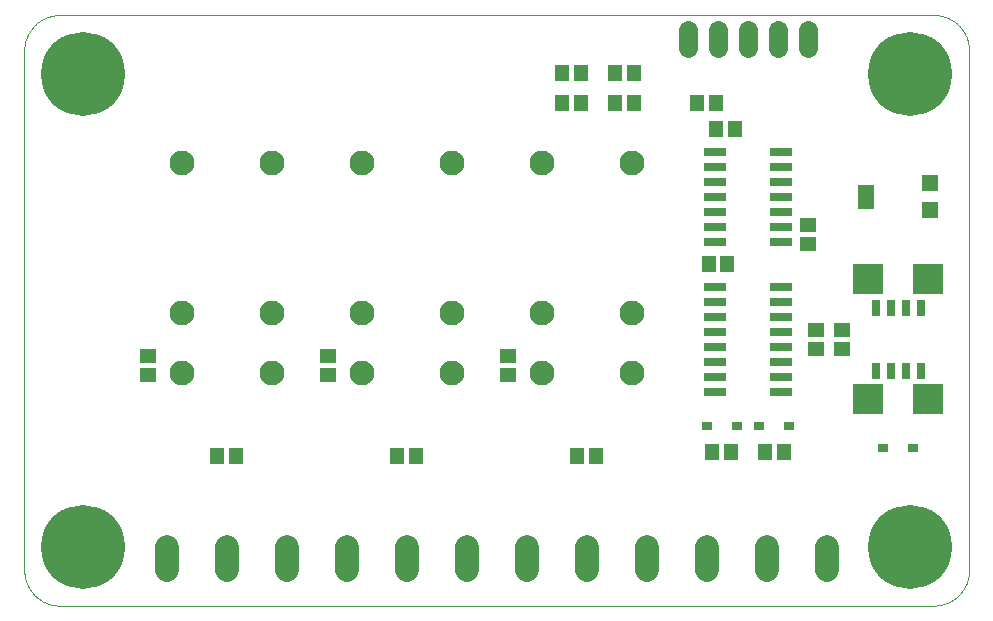
<source format=gts>
G75*
%MOIN*%
%OFA0B0*%
%FSLAX25Y25*%
%IPPOS*%
%LPD*%
%AMOC8*
5,1,8,0,0,1.08239X$1,22.5*
%
%ADD10C,0.00394*%
%ADD11C,0.08274*%
%ADD12R,0.09849X0.09849*%
%ADD13R,0.04731X0.05518*%
%ADD14R,0.05518X0.04731*%
%ADD15R,0.03550X0.02762*%
%ADD16R,0.02762X0.05518*%
%ADD17R,0.05518X0.05518*%
%ADD18R,0.05518X0.08274*%
%ADD19R,0.07290X0.03156*%
%ADD20C,0.06306*%
%ADD21C,0.08077*%
%ADD22C,0.27959*%
D10*
X0040154Y0032555D02*
X0331493Y0032555D01*
X0331778Y0032558D01*
X0332064Y0032569D01*
X0332349Y0032586D01*
X0332633Y0032610D01*
X0332917Y0032641D01*
X0333200Y0032679D01*
X0333481Y0032724D01*
X0333762Y0032775D01*
X0334042Y0032833D01*
X0334320Y0032898D01*
X0334596Y0032970D01*
X0334870Y0033048D01*
X0335143Y0033133D01*
X0335413Y0033225D01*
X0335681Y0033323D01*
X0335947Y0033427D01*
X0336210Y0033538D01*
X0336470Y0033655D01*
X0336728Y0033778D01*
X0336982Y0033908D01*
X0337233Y0034044D01*
X0337481Y0034185D01*
X0337725Y0034333D01*
X0337966Y0034486D01*
X0338202Y0034646D01*
X0338435Y0034811D01*
X0338664Y0034981D01*
X0338889Y0035157D01*
X0339109Y0035339D01*
X0339325Y0035525D01*
X0339536Y0035717D01*
X0339743Y0035914D01*
X0339945Y0036116D01*
X0340142Y0036323D01*
X0340334Y0036534D01*
X0340520Y0036750D01*
X0340702Y0036970D01*
X0340878Y0037195D01*
X0341048Y0037424D01*
X0341213Y0037657D01*
X0341373Y0037893D01*
X0341526Y0038134D01*
X0341674Y0038378D01*
X0341815Y0038626D01*
X0341951Y0038877D01*
X0342081Y0039131D01*
X0342204Y0039389D01*
X0342321Y0039649D01*
X0342432Y0039912D01*
X0342536Y0040178D01*
X0342634Y0040446D01*
X0342726Y0040716D01*
X0342811Y0040989D01*
X0342889Y0041263D01*
X0342961Y0041539D01*
X0343026Y0041817D01*
X0343084Y0042097D01*
X0343135Y0042378D01*
X0343180Y0042659D01*
X0343218Y0042942D01*
X0343249Y0043226D01*
X0343273Y0043510D01*
X0343290Y0043795D01*
X0343301Y0044081D01*
X0343304Y0044366D01*
X0343304Y0217594D01*
X0343301Y0217879D01*
X0343290Y0218165D01*
X0343273Y0218450D01*
X0343249Y0218734D01*
X0343218Y0219018D01*
X0343180Y0219301D01*
X0343135Y0219582D01*
X0343084Y0219863D01*
X0343026Y0220143D01*
X0342961Y0220421D01*
X0342889Y0220697D01*
X0342811Y0220971D01*
X0342726Y0221244D01*
X0342634Y0221514D01*
X0342536Y0221782D01*
X0342432Y0222048D01*
X0342321Y0222311D01*
X0342204Y0222571D01*
X0342081Y0222829D01*
X0341951Y0223083D01*
X0341815Y0223334D01*
X0341674Y0223582D01*
X0341526Y0223826D01*
X0341373Y0224067D01*
X0341213Y0224303D01*
X0341048Y0224536D01*
X0340878Y0224765D01*
X0340702Y0224990D01*
X0340520Y0225210D01*
X0340334Y0225426D01*
X0340142Y0225637D01*
X0339945Y0225844D01*
X0339743Y0226046D01*
X0339536Y0226243D01*
X0339325Y0226435D01*
X0339109Y0226621D01*
X0338889Y0226803D01*
X0338664Y0226979D01*
X0338435Y0227149D01*
X0338202Y0227314D01*
X0337966Y0227474D01*
X0337725Y0227627D01*
X0337481Y0227775D01*
X0337233Y0227916D01*
X0336982Y0228052D01*
X0336728Y0228182D01*
X0336470Y0228305D01*
X0336210Y0228422D01*
X0335947Y0228533D01*
X0335681Y0228637D01*
X0335413Y0228735D01*
X0335143Y0228827D01*
X0334870Y0228912D01*
X0334596Y0228990D01*
X0334320Y0229062D01*
X0334042Y0229127D01*
X0333762Y0229185D01*
X0333481Y0229236D01*
X0333200Y0229281D01*
X0332917Y0229319D01*
X0332633Y0229350D01*
X0332349Y0229374D01*
X0332064Y0229391D01*
X0331778Y0229402D01*
X0331493Y0229405D01*
X0040154Y0229405D01*
X0039869Y0229402D01*
X0039583Y0229391D01*
X0039298Y0229374D01*
X0039014Y0229350D01*
X0038730Y0229319D01*
X0038447Y0229281D01*
X0038166Y0229236D01*
X0037885Y0229185D01*
X0037605Y0229127D01*
X0037327Y0229062D01*
X0037051Y0228990D01*
X0036777Y0228912D01*
X0036504Y0228827D01*
X0036234Y0228735D01*
X0035966Y0228637D01*
X0035700Y0228533D01*
X0035437Y0228422D01*
X0035177Y0228305D01*
X0034919Y0228182D01*
X0034665Y0228052D01*
X0034414Y0227916D01*
X0034166Y0227775D01*
X0033922Y0227627D01*
X0033681Y0227474D01*
X0033445Y0227314D01*
X0033212Y0227149D01*
X0032983Y0226979D01*
X0032758Y0226803D01*
X0032538Y0226621D01*
X0032322Y0226435D01*
X0032111Y0226243D01*
X0031904Y0226046D01*
X0031702Y0225844D01*
X0031505Y0225637D01*
X0031313Y0225426D01*
X0031127Y0225210D01*
X0030945Y0224990D01*
X0030769Y0224765D01*
X0030599Y0224536D01*
X0030434Y0224303D01*
X0030274Y0224067D01*
X0030121Y0223826D01*
X0029973Y0223582D01*
X0029832Y0223334D01*
X0029696Y0223083D01*
X0029566Y0222829D01*
X0029443Y0222571D01*
X0029326Y0222311D01*
X0029215Y0222048D01*
X0029111Y0221782D01*
X0029013Y0221514D01*
X0028921Y0221244D01*
X0028836Y0220971D01*
X0028758Y0220697D01*
X0028686Y0220421D01*
X0028621Y0220143D01*
X0028563Y0219863D01*
X0028512Y0219582D01*
X0028467Y0219301D01*
X0028429Y0219018D01*
X0028398Y0218734D01*
X0028374Y0218450D01*
X0028357Y0218165D01*
X0028346Y0217879D01*
X0028343Y0217594D01*
X0028343Y0044366D01*
X0028346Y0044081D01*
X0028357Y0043795D01*
X0028374Y0043510D01*
X0028398Y0043226D01*
X0028429Y0042942D01*
X0028467Y0042659D01*
X0028512Y0042378D01*
X0028563Y0042097D01*
X0028621Y0041817D01*
X0028686Y0041539D01*
X0028758Y0041263D01*
X0028836Y0040989D01*
X0028921Y0040716D01*
X0029013Y0040446D01*
X0029111Y0040178D01*
X0029215Y0039912D01*
X0029326Y0039649D01*
X0029443Y0039389D01*
X0029566Y0039131D01*
X0029696Y0038877D01*
X0029832Y0038626D01*
X0029973Y0038378D01*
X0030121Y0038134D01*
X0030274Y0037893D01*
X0030434Y0037657D01*
X0030599Y0037424D01*
X0030769Y0037195D01*
X0030945Y0036970D01*
X0031127Y0036750D01*
X0031313Y0036534D01*
X0031505Y0036323D01*
X0031702Y0036116D01*
X0031904Y0035914D01*
X0032111Y0035717D01*
X0032322Y0035525D01*
X0032538Y0035339D01*
X0032758Y0035157D01*
X0032983Y0034981D01*
X0033212Y0034811D01*
X0033445Y0034646D01*
X0033681Y0034486D01*
X0033922Y0034333D01*
X0034166Y0034185D01*
X0034414Y0034044D01*
X0034665Y0033908D01*
X0034919Y0033778D01*
X0035177Y0033655D01*
X0035437Y0033538D01*
X0035700Y0033427D01*
X0035966Y0033323D01*
X0036234Y0033225D01*
X0036504Y0033133D01*
X0036777Y0033048D01*
X0037051Y0032970D01*
X0037327Y0032898D01*
X0037605Y0032833D01*
X0037885Y0032775D01*
X0038166Y0032724D01*
X0038447Y0032679D01*
X0038730Y0032641D01*
X0039014Y0032610D01*
X0039298Y0032586D01*
X0039583Y0032569D01*
X0039869Y0032558D01*
X0040154Y0032555D01*
D11*
X0080843Y0110055D03*
X0080843Y0130055D03*
X0110843Y0130055D03*
X0110843Y0110055D03*
X0140843Y0110055D03*
X0140843Y0130055D03*
X0170843Y0130055D03*
X0170843Y0110055D03*
X0200843Y0110055D03*
X0200843Y0130055D03*
X0230843Y0130055D03*
X0230843Y0110055D03*
X0230843Y0180055D03*
X0200843Y0180055D03*
X0170843Y0180055D03*
X0140843Y0180055D03*
X0110843Y0180055D03*
X0080843Y0180055D03*
D12*
X0309751Y0141305D03*
X0329436Y0141305D03*
X0329436Y0101305D03*
X0309751Y0101305D03*
D13*
X0281493Y0083805D03*
X0275194Y0083805D03*
X0263993Y0083805D03*
X0257694Y0083805D03*
X0218993Y0082555D03*
X0212694Y0082555D03*
X0158993Y0082555D03*
X0152694Y0082555D03*
X0098993Y0082555D03*
X0092694Y0082555D03*
X0256444Y0146305D03*
X0262743Y0146305D03*
X0265243Y0191305D03*
X0258944Y0191305D03*
X0258993Y0200055D03*
X0252694Y0200055D03*
X0231493Y0200055D03*
X0225194Y0200055D03*
X0213993Y0200055D03*
X0207694Y0200055D03*
X0207694Y0210055D03*
X0213993Y0210055D03*
X0225194Y0210055D03*
X0231493Y0210055D03*
D14*
X0289593Y0159455D03*
X0289593Y0153155D03*
X0292093Y0124455D03*
X0292093Y0118155D03*
X0300843Y0118155D03*
X0300843Y0124455D03*
X0189593Y0115705D03*
X0189593Y0109405D03*
X0129593Y0109405D03*
X0129593Y0115705D03*
X0069593Y0115705D03*
X0069593Y0109405D03*
D15*
X0255922Y0092555D03*
X0265764Y0092555D03*
X0273422Y0092555D03*
X0283264Y0092555D03*
X0314672Y0085055D03*
X0324514Y0085055D03*
D16*
X0322093Y0110872D03*
X0317093Y0110872D03*
X0312093Y0110872D03*
X0327093Y0110872D03*
X0327093Y0131738D03*
X0322093Y0131738D03*
X0317093Y0131738D03*
X0312093Y0131738D03*
D17*
X0330420Y0164278D03*
X0330420Y0173333D03*
D18*
X0308766Y0168805D03*
D19*
X0280715Y0168805D03*
X0280715Y0163805D03*
X0280715Y0158805D03*
X0280715Y0153805D03*
X0280715Y0138805D03*
X0280715Y0133805D03*
X0280715Y0128805D03*
X0280715Y0123805D03*
X0280715Y0118805D03*
X0280715Y0113805D03*
X0280715Y0108805D03*
X0280715Y0103805D03*
X0258471Y0103805D03*
X0258471Y0108805D03*
X0258471Y0113805D03*
X0258471Y0118805D03*
X0258471Y0123805D03*
X0258471Y0128805D03*
X0258471Y0133805D03*
X0258471Y0138805D03*
X0258471Y0153805D03*
X0258471Y0158805D03*
X0258471Y0163805D03*
X0258471Y0168805D03*
X0258471Y0173805D03*
X0258471Y0178805D03*
X0258471Y0183805D03*
X0280715Y0183805D03*
X0280715Y0178805D03*
X0280715Y0173805D03*
D20*
X0279593Y0218352D02*
X0279593Y0224258D01*
X0289593Y0224258D02*
X0289593Y0218352D01*
X0269593Y0218352D02*
X0269593Y0224258D01*
X0259593Y0224258D02*
X0259593Y0218352D01*
X0249593Y0218352D02*
X0249593Y0224258D01*
D21*
X0255843Y0052019D02*
X0255843Y0044342D01*
X0235843Y0044342D02*
X0235843Y0052019D01*
X0215843Y0052019D02*
X0215843Y0044342D01*
X0195843Y0044342D02*
X0195843Y0052019D01*
X0175843Y0052019D02*
X0175843Y0044342D01*
X0155843Y0044342D02*
X0155843Y0052019D01*
X0135843Y0052019D02*
X0135843Y0044342D01*
X0115843Y0044342D02*
X0115843Y0052019D01*
X0095843Y0052019D02*
X0095843Y0044342D01*
X0075843Y0044342D02*
X0075843Y0052019D01*
X0275843Y0052019D02*
X0275843Y0044342D01*
X0295843Y0044342D02*
X0295843Y0052019D01*
D22*
X0323619Y0052240D03*
X0323619Y0209720D03*
X0048028Y0209720D03*
X0048028Y0052240D03*
M02*

</source>
